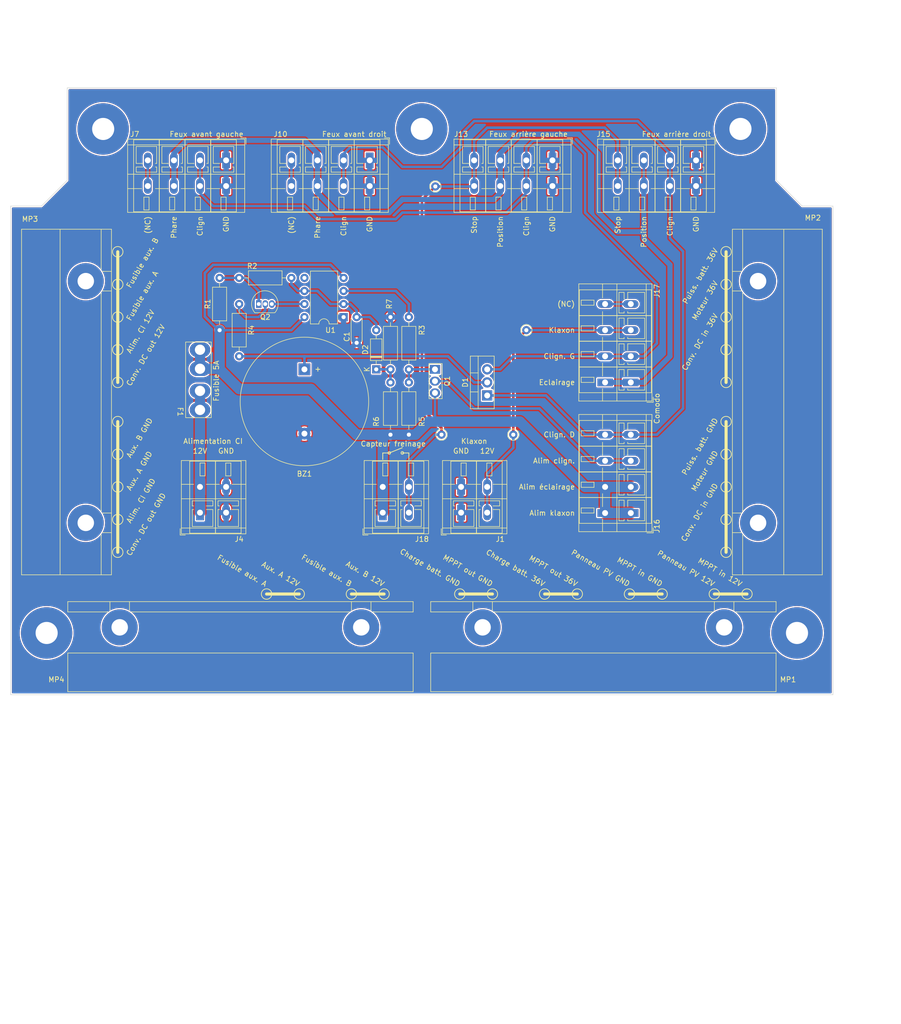
<source format=kicad_pcb>
(kicad_pcb (version 20211014) (generator pcbnew)

  (general
    (thickness 1.6)
  )

  (paper "A4")
  (layers
    (0 "F.Cu" signal)
    (31 "B.Cu" signal)
    (32 "B.Adhes" user "B.Adhesive")
    (33 "F.Adhes" user "F.Adhesive")
    (34 "B.Paste" user)
    (35 "F.Paste" user)
    (36 "B.SilkS" user "B.Silkscreen")
    (37 "F.SilkS" user "F.Silkscreen")
    (38 "B.Mask" user)
    (39 "F.Mask" user)
    (40 "Dwgs.User" user "User.Drawings")
    (41 "Cmts.User" user "User.Comments")
    (42 "Eco1.User" user "User.Eco1")
    (43 "Eco2.User" user "User.Eco2")
    (44 "Edge.Cuts" user)
    (45 "Margin" user)
    (46 "B.CrtYd" user "B.Courtyard")
    (47 "F.CrtYd" user "F.Courtyard")
    (48 "B.Fab" user)
    (49 "F.Fab" user)
    (50 "User.1" user)
    (51 "User.2" user)
    (52 "User.3" user)
    (53 "User.4" user)
    (54 "User.5" user)
    (55 "User.6" user)
    (56 "User.7" user)
    (57 "User.8" user)
    (58 "User.9" user)
  )

  (setup
    (stackup
      (layer "F.SilkS" (type "Top Silk Screen"))
      (layer "F.Paste" (type "Top Solder Paste"))
      (layer "F.Mask" (type "Top Solder Mask") (thickness 0.01))
      (layer "F.Cu" (type "copper") (thickness 0.035))
      (layer "dielectric 1" (type "core") (thickness 1.51) (material "FR4") (epsilon_r 4.5) (loss_tangent 0.02))
      (layer "B.Cu" (type "copper") (thickness 0.035))
      (layer "B.Mask" (type "Bottom Solder Mask") (thickness 0.01))
      (layer "B.Paste" (type "Bottom Solder Paste"))
      (layer "B.SilkS" (type "Bottom Silk Screen"))
      (copper_finish "None")
      (dielectric_constraints no)
    )
    (pad_to_mask_clearance 0)
    (pcbplotparams
      (layerselection 0x00010e0_ffffffff)
      (disableapertmacros false)
      (usegerberextensions false)
      (usegerberattributes true)
      (usegerberadvancedattributes true)
      (creategerberjobfile true)
      (svguseinch false)
      (svgprecision 6)
      (excludeedgelayer true)
      (plotframeref false)
      (viasonmask false)
      (mode 1)
      (useauxorigin false)
      (hpglpennumber 1)
      (hpglpenspeed 20)
      (hpglpendiameter 15.000000)
      (dxfpolygonmode true)
      (dxfimperialunits true)
      (dxfusepcbnewfont true)
      (psnegative false)
      (psa4output false)
      (plotreference true)
      (plotvalue true)
      (plotinvisibletext false)
      (sketchpadsonfab false)
      (subtractmaskfromsilk false)
      (outputformat 1)
      (mirror false)
      (drillshape 0)
      (scaleselection 1)
      (outputdirectory "")
    )
  )

  (net 0 "")
  (net 1 "GND")
  (net 2 "Net-(F1-Pad2)")
  (net 3 "Net-(D1-Pad1)")
  (net 4 "unconnected-(J7-Pad4)")
  (net 5 "unconnected-(J10-Pad4)")
  (net 6 "/Phares")
  (net 7 "Net-(J13-Pad4)")
  (net 8 "Net-(J1-Pad2)")
  (net 9 "/Flasher/Out")
  (net 10 "unconnected-(J17-Pad4)")
  (net 11 "/12V_5A")
  (net 12 "Net-(Q1-Pad1)")
  (net 13 "Net-(C1-Pad1)")
  (net 14 "Net-(D1-Pad3)")
  (net 15 "Net-(Q2-Pad1)")
  (net 16 "unconnected-(U1-Pad5)")
  (net 17 "Net-(Q2-Pad2)")
  (net 18 "/Flasher/Enable")
  (net 19 "Net-(Q2-Pad3)")
  (net 20 "Net-(R3-Pad1)")
  (net 21 "Net-(D2-Pad1)")

  (footprint "circuit:Wago_221-500_SplicingConnectorHolder" (layer "F.Cu") (at 94.615 85.09 90))

  (footprint "circuit:MountingHole_5mm" (layer "F.Cu") (at 87 130))

  (footprint "circuit:Buzzer_25x16_12.5" (layer "F.Cu") (at 137.16 78.74 -90))

  (footprint "circuit:Wago_221-500_SplicingConnectorHolder" (layer "F.Cu") (at 124.714 128.905 180))

  (footprint "circuit:Multicomp_MCCQ-122" (layer "F.Cu") (at 116.84 74.93 -90))

  (footprint "circuit:TerminalBlock_WAGO_236-402_1x02_P5.08mm_45Degree" (layer "F.Cu") (at 116.84 101.6))

  (footprint "Resistor_THT:R_Axial_DIN0207_L6.3mm_D2.5mm_P10.16mm_Horizontal" (layer "F.Cu") (at 157.48 68.58 -90))

  (footprint "circuit:MountingHole_5mm" (layer "F.Cu") (at 98 32))

  (footprint "circuit:TerminalBlock_WAGO_236-404_1x04_P5.08mm_45Degree" (layer "F.Cu") (at 185.42 38.1 180))

  (footprint "Package_DIP:DIP-8_W7.62mm" (layer "F.Cu") (at 144.78 68.58 180))

  (footprint "circuit:Strap_D2.0mm_Drill1.0mm" (layer "F.Cu") (at 177.8 91.44))

  (footprint "circuit:TerminalBlock_WAGO_236-404_1x04_P5.08mm_45Degree" (layer "F.Cu") (at 213.36 38.1 180))

  (footprint "circuit:MountingHole_5mm" (layer "F.Cu") (at 222 32))

  (footprint "circuit:TO-220-3_Vertical" (layer "F.Cu") (at 172.72 83.82 90))

  (footprint "Package_TO_SOT_THT:TO-92L_Inline" (layer "F.Cu") (at 128.27 66.04))

  (footprint "circuit:TerminalBlock_WAGO_236-404_1x04_P5.08mm_45Degree" (layer "F.Cu") (at 121.92 38.1 180))

  (footprint "Resistor_THT:R_Axial_DIN0207_L6.3mm_D2.5mm_P10.16mm_Horizontal" (layer "F.Cu") (at 153.9 78.74 90))

  (footprint "circuit:TerminalBlock_WAGO_236-404_1x04_P5.08mm_45Degree" (layer "F.Cu") (at 200.66 106.68 90))

  (footprint "Resistor_THT:R_Axial_DIN0207_L6.3mm_D2.5mm_P10.16mm_Horizontal" (layer "F.Cu") (at 157.48 91.44 90))

  (footprint "circuit:Wago_221-500_SplicingConnectorHolder" (layer "F.Cu") (at 225.425 85.09 -90))

  (footprint "Resistor_THT:R_Axial_DIN0207_L6.3mm_D2.5mm_P10.16mm_Horizontal" (layer "F.Cu") (at 124.46 66.04 -90))

  (footprint "circuit:MountingHole_5mm" (layer "F.Cu") (at 160 32))

  (footprint "Resistor_THT:R_Axial_DIN0207_L6.3mm_D2.5mm_P10.16mm_Horizontal" (layer "F.Cu") (at 153.9 91.45 90))

  (footprint "circuit:Strap_D2.0mm_Drill1.0mm" (layer "F.Cu") (at 163.83 91.44))

  (footprint "Resistor_THT:R_Axial_DIN0207_L6.3mm_D2.5mm_P10.16mm_Horizontal" (layer "F.Cu") (at 120.65 71.12 90))

  (footprint "Resistor_THT:R_Axial_DIN0207_L6.3mm_D2.5mm_P10.16mm_Horizontal" (layer "F.Cu") (at 124.46 60.96))

  (footprint "circuit:Strap_D2.0mm_Drill1.0mm" (layer "F.Cu") (at 180.34 71.12))

  (footprint "Capacitor_THT:C_Disc_D4.3mm_W1.9mm_P5.00mm" (layer "F.Cu") (at 147.32 68.58 -90))

  (footprint "circuit:Strap_D2.0mm_Drill1.0mm" (layer "F.Cu") (at 162.63 43.18))

  (footprint "circuit:TerminalBlock_WAGO_236-402_1x02_P5.08mm_45Degree" (layer "F.Cu") (at 167.64 101.6))

  (footprint "circuit:Wago_221-500_SplicingConnectorHolder" (layer "F.Cu") (at 195.326 128.905 180))

  (footprint "circuit:TerminalBlock_WAGO_236-402_1x02_P5.08mm_45Degree" (layer "F.Cu")
    (tedit 67A265E1) (tstamp ee376e01-fd87-460d-8054-53f57dc05951)
    (at 152.4 101.6)
    (descr "Terminal Block WAGO 236-402, 45Degree (cable under 45degree), 2 pins, pitch 5.08mm, size 12.3x14mm^2, drill diamater 1.15mm, pad diameter 3mm")
    (tags "THT Terminal Block WAGO 236-402 45Degree pitch 5.08mm size 12.3x14mm^2 drill 1.15mm pad 3mm")
    (property "Sheetfile" "circuit.kicad_sch")
    (property "Sheetname" "")
    (path "/e25831d2-9583-475c-a839-189f3156583f")
    (attr through_hole)
    (fp_text reference "J18" (at 7.62 10.16) (layer "F.SilkS")
      (effects (font (size 1 1) (thickness 0.15)))
      (tstamp 78fade79-4b4d-4ad8-8098-87a075f72e45)
    )
    (fp_text value "Conn_Capteur_Frein" (at 2.65 10.12) (layer "F.Fab")
      (effects (font (size 1 1) (thickness 0.15)))
      (tstamp 0bbaf0b7-9a40-43d4-b472-92769e96c9f0)
    )
    (fp_text user "${REFERENCE}" (at 2.65 1) (layer "F.Fab")
      (effects (font (size 1 1) (thickness 0.15)))
      (tstamp d79d1392-ac34-4473-b8a7-c9f388dd60ed)
    )
    (fp_line (start 3.5 7.7) (end 7.5 7.7) (layer "F.SilkS") (width 0.12) (tstamp 03cbcb17-4cd4-4291-bd41-b3e607e61dc4))
    (fp_line (start 6 -4.65) (end 6 -2.151) (layer "F.SilkS") (width 0.12) (tstamp 06f08405-6197-40be-af54-9fa42d684743))
    (fp_line (start 7.5 4.4) (end 7.5 7.7) (layer "F.SilkS") (width 0.12) (tstamp 10395d06-53e7-4f17-8398-e56394846f2e))
    (fp_line (start -1.5 3.7) (end -1.23 3.7) (layer "F.SilkS") (width 0.12) (tstamp 176c189a-d73e-4e04-8097-65e6830e8abb))
    (fp_line (start 3 -5) (end 3 9) (layer "F.SilkS") (width 0.12) (tstamp 177c0fde-9b14-4f84-ae0f-96cce8ccfb40))
    (fp_line (start 6.23 -0.5) (end 8.921 -0.5) (layer "F.SilkS") (width 0.12) (tstamp 196910ae-9780-4b38-b9f0-fec016073d7d))
    (fp_line (start 8 -5) (end 8 9) (layer "F.SilkS") (width 0.12) (tstamp 20d1cbd3-105d-4528-b0ec-c806e5c3730d))
    (fp_line (start 3.5 4.4) (end 3.77 4.4) (layer "F.SilkS") (width 0.12) (tstamp 215ba7e4-4824-47b9-be2a-f449a00476d9))
    (fp_line (start -3.62 -5.12) (end -3.62 9.12) (layer "F.SilkS") (width 0.12) (tstamp 24d687c2-f89b-4a92-ac16-f93abb516e5d))
    (fp_line (start 3.5 2.7) (end 7.5 2.7) (layer "F.SilkS") (width 0.12) (tstamp 283eba45-33d5-45c0-9100-76888ef889a1))
    (fp_line (start -1.5 2.7) (end 2.5 2.7) (layer "F.SilkS") (width 0.12) (tstamp 33984e5d-8430-4ef9-83cf-d8c85d1d4c81))
    (fp_line (start 0 -4.65) (end 0 -2.151) (layer "F.SilkS") (width 0.12) (tstamp 42e47897-88c2-4378-8310-672793da31bd))
    (fp_line (start 2.5 2.7) (end 2.5 3.7) (layer "F.SilkS") (width 0.12) (tstamp 4603587d-4325-4bd4-8ad7-8106882a8510))
    (fp_line (start 0 -4.65) (end 1 -4.65) (layer "F.SilkS") (width 0.12) (tstamp 47ba3a0f-b431-46e7-be3d-b0b6f1069b76))
    (fp_line (start 3 -5) (end 8 -5) (layer "F.SilkS") (width 0.12) (tstamp 4ded14f9-3715-41fc-8a9d-079c3f33e468))
    (fp_line (start 1.23 4.4) (end 2.5 4.4) (layer "F.SilkS") (width 0.12) (tstamp 5133da77-d4aa-40af-9e94-c9e392a712fb))
    (fp_line (start 3 9) (end 8 9) (layer "F.SilkS") (width 0.12) (tstamp 6099117e-ab90-41f8-a0c1-cee1d48a5e27))
    (fp_line (start 3 -5) (end 3 9) (layer "F.SilkS") (width 0.12) (tstamp 60fc21ae-6f0f-48ed-b1fb-b0d905d11fd3))
    (fp_line (start 5 -4.65) (end 5 -2.151) (layer "F.SilkS") (width 0.12) (tstamp 628ce420-7974-4138-94d5-d6d3644b3f98))
    (fp_line (start -2 -5) (end -2 9) (layer "F.SilkS") (width 0.12) (tstamp 677d3d8b-8de3-4915-9ade-fc8347a5093a))
    (fp_line (start 2.5 4.4) (end 2.5 7.7) (layer "F.SilkS") (width 0.12) (tstamp 68a6eb6b-860f-4dda-813a-3424760c2239))
    (fp_line (start 8.921 -5.12) (end 8.921 9.12) (layer "F.SilkS") (width 0.12) (tstamp 7fb5be81-4048-46f1-bf3d-603e817f41e3))
    (fp_line (start -1.5 2.7) (end -1.5 3.7) (layer "F.SilkS") (width 0.12) (tstamp 82d8ca8b-c60e-487b-9a2c-3f64ac92e02e))
    (fp_line (start 3.5 4.4) (end 3.5 7.7) (layer "F.SilkS") (width 0.12) (tstamp 8566aabf-6b65-480a-8718-32dd60e5bfdb))
    (fp_line (start -3.62 2.3) (end 8.921 2.3) (layer "F.SilkS") (width 0.12) (tstamp 8c0dbe23-ed60-461e-9533-eb47131cdfdf))
    (fp_line (start 3.5 2.7) (end 3.5 3.7) (layer "F.SilkS") (width 0.12) (tstamp 9bbac8e3-8050-48af-ab4e-68b7dbf33666))
    (fp_line (start -3.62 -5.12) (end 8.921 -5.12) (layer "F.SilkS") (width 0.12) (tstamp a31dfb8e-9d96-4bc5-bb00-ea9119422c23))
    (fp_line (start -3.86 9.36) (end -2.86 9.36) (layer "F.SilkS") (width 0.12) (tstamp a668a76b-8f41-4710-b2e5-6a4727012be0))
    (fp_line (start 5 -2.151) (end 6 -2.151) (layer "F.SilkS") (width 0.12) (tstamp aa10ca0c-a3be-4e57-b500-41a665e89587))
    (fp_line (start 0 -2.151) (end 1 -2.151) (layer "F.SilkS") (width 0.12) (tstamp b1e9fadc-cab6-48e6-9ef3-9c83a6bd8680))
    (fp_line (start -2 -5) (end 3 -5) (layer "F.SilkS") (width 0.12) (tstamp b44c0d9c-d037-4c8e-8898-df1dbb3730a6))
    (fp_line (start -3.86 8.12) (end -3.86 9.36) (layer "F.SilkS") (width 0.12) (tstamp bae54a06-aa3b-4ee2-939d-71aecf831aa4))
    (fp_line (start -3.62 8) (end 8.921 8) (layer "F.SilkS") (width 0.12) (tstamp be85f01d-7391-4207-af80-e81567e88bce))
    (fp_line (start 6.23 3.7) (end 7.5 3.7) (layer "F.SilkS") (width 0.12) (tstamp c091951d-35a8-4de7-948e-8814f3ffc15d))
    (fp_line (start -3.62 -0.5) (end -1.23 -0.5) (layer "F.SilkS") (width 0.12) (tstamp c0df3607-3881-4974-8918-ece5bba3a3ca))
    (fp_line (start 5 -4.65) (end 6 -4.65) (layer "F.SilkS") (width 0.12) (tstamp c0f2afa8-3fc1-4f00-80dd-fee17d213ec4))
    (fp_line (start 3.5 3.7) (end 3.77 3.7) (layer "F.SilkS") (width 0.12) (tstamp c82ea19c-9c58-4018-b9c4-022719c13c33))
    (fp_line (start 1 -4.65) (end 1 -2.151) (layer "F.SilkS") (width 0.12) (tstamp d059f087-a415-4799-991f-a5a1c2597200))
    (fp_line (start 6.23 4.4) (end 7.5 4.4) (layer "F.SilkS") (width 0.12) (tstamp d36977c3-981c-43a3-a21d-489f774334b0))
    (fp_line (start -2 9) (end 3 9) (layer "F.SilkS") (width 0.12) (tstamp d954a069-486d-4f10-bcfe-929b07a6c610))
    (fp_line (start -3.62 9.12) (end 8.921 9.12) (layer "F.SilkS") (width 0.12) (tstamp dd8ac32c-ebaa-4002-ba1f-c285fb2cbc87))
    (fp_line (start -1.5 7.7) (end 2.5 7.7) (layer "F.SilkS") (width 0.12) (tstamp 
... [919560 chars truncated]
</source>
